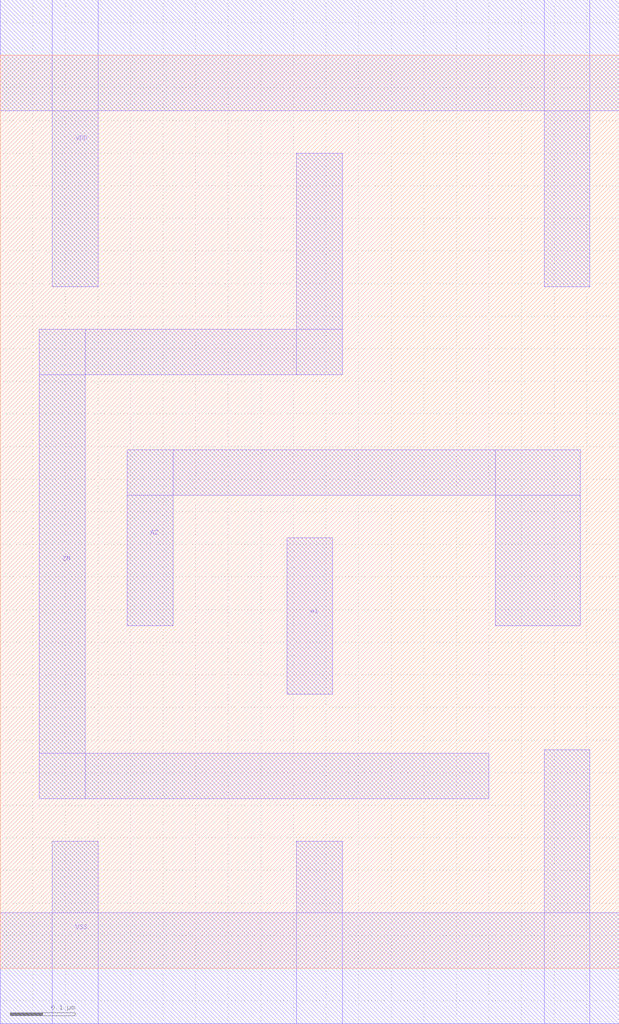
<source format=lef>
# Nangate45_tech.lef + Nangate45_stdcell.lef
# 05/24/2020 cherry fix FILLCELL_X2 size
# 
# ******************************************************************************
# *                                                                            *
# *                   Copyright (C) 2004-2010, Nangate Inc.                    *
# *                           All rights reserved.                             *
# *                                                                            *
# * Nangate and the Nangate logo are trademarks of Nangate Inc.                *
# *                                                                            *
# * All trademarks, logos, software marks, and trade names (collectively the   *
# * "Marks") in this program are proprietary to Nangate or other respective    *
# * owners that have granted Nangate the right and license to use such Marks.  *
# * You are not permitted to use the Marks without the prior written consent   *
# * of Nangate or such third party that may own the Marks.                     *
# *                                                                            *
# * This file has been provided pursuant to a License Agreement containing     *
# * restrictions on its use. This file contains valuable trade secrets and     *
# * proprietary information of Nangate Inc., and is protected by U.S. and      *
# * international laws and/or treaties.                                        *
# *                                                                            *
# * The copyright notice(s) in this file does not indicate actual or intended  *
# * publication of this file.                                                  *
# *                                                                            *
# *     NGLibraryCreator, v2010.08-HR32-SP3-2010-08-05 - build 1009061800      *
# *                                                                            *
# ******************************************************************************
# 
# 
# Running on brazil06.nangate.com.br for user Giancarlo Franciscatto (gfr).
# Local time is now Fri, 3 Dec 2010, 19:32:18.
# Main process id is 27821.

VERSION 5.6 ;
BUSBITCHARS "[]" ;
DIVIDERCHAR "/" ;

UNITS
  DATABASE MICRONS 2000 ;
END UNITS

MANUFACTURINGGRID 0.0050 ;

LAYER poly
  TYPE MASTERSLICE ;
END poly

LAYER active
  TYPE MASTERSLICE ;
END active

LAYER metal1
  TYPE ROUTING ;
  SPACING 0.065 ;
  WIDTH 0.07 ;
  PITCH 0.14 ;
  DIRECTION HORIZONTAL ;
  OFFSET 0.095 0.07 ;
  RESISTANCE RPERSQ 0.38 ;
  THICKNESS 0.13 ;
  HEIGHT 0.37 ;
  CAPACITANCE CPERSQDIST 7.7161e-05 ;
  EDGECAPACITANCE 2.7365e-05 ;
END metal1

LAYER via1
  TYPE CUT ;
  SPACING 0.08 ;
  WIDTH 0.07 ;
  RESISTANCE 5 ;
END via1

LAYER metal2
  TYPE ROUTING ;
  SPACINGTABLE 
    PARALLELRUNLENGTH    0.0000     0.3000     0.9000     1.8000     2.7000     4.0000     
      WIDTH 0.0000       0.0700     0.0700     0.0700     0.0700     0.0700     0.0700     
      WIDTH 0.0900       0.0700     0.0900     0.0900     0.0900     0.0900     0.0900     
      WIDTH 0.2700       0.0700     0.0900     0.2700     0.2700     0.2700     0.2700     
      WIDTH 0.5000       0.0700     0.0900     0.2700     0.5000     0.5000     0.5000     
      WIDTH 0.9000       0.0700     0.0900     0.2700     0.5000     0.9000     0.9000     
      WIDTH 1.5000       0.0700     0.0900     0.2700     0.5000     0.9000     1.5000      ;
  WIDTH 0.07 ;
  PITCH 0.19 ;
  DIRECTION VERTICAL ;
  OFFSET 0.095 0.07 ;
  RESISTANCE RPERSQ 0.25 ;
  THICKNESS 0.14 ;
  HEIGHT 0.62 ;
  CAPACITANCE CPERSQDIST 4.0896e-05 ;
  EDGECAPACITANCE 2.5157e-05 ;
END metal2

LAYER via2
  TYPE CUT ;
  SPACING 0.09 ;
  WIDTH 0.07 ;
  RESISTANCE 5 ;
END via2

LAYER metal3
  TYPE ROUTING ;
  SPACINGTABLE 
    PARALLELRUNLENGTH    0.0000     0.3000     0.9000     1.8000     2.7000     4.0000     
      WIDTH 0.0000       0.0700     0.0700     0.0700     0.0700     0.0700     0.0700     
      WIDTH 0.0900       0.0700     0.0900     0.0900     0.0900     0.0900     0.0900     
      WIDTH 0.2700       0.0700     0.0900     0.2700     0.2700     0.2700     0.2700     
      WIDTH 0.5000       0.0700     0.0900     0.2700     0.5000     0.5000     0.5000     
      WIDTH 0.9000       0.0700     0.0900     0.2700     0.5000     0.9000     0.9000     
      WIDTH 1.5000       0.0700     0.0900     0.2700     0.5000     0.9000     1.5000      ;
  WIDTH 0.07 ;
  PITCH 0.14 ;
  DIRECTION HORIZONTAL ;
  OFFSET 0.095 0.07 ;
  RESISTANCE RPERSQ 0.25 ;
  THICKNESS 0.14 ;
  HEIGHT 0.88 ;
  CAPACITANCE CPERSQDIST 2.7745e-05 ;
  EDGECAPACITANCE 2.5157e-05 ;
END metal3

LAYER via3
  TYPE CUT ;
  SPACING 0.09 ;
  WIDTH 0.07 ;
  RESISTANCE 5 ;
END via3

LAYER metal4
  TYPE ROUTING ;
  SPACINGTABLE 
    PARALLELRUNLENGTH    0.0000     0.9000     1.8000     2.7000     4.0000     
      WIDTH 0.0000       0.1400     0.1400     0.1400     0.1400     0.1400     
      WIDTH 0.2700       0.1400     0.2700     0.2700     0.2700     0.2700     
      WIDTH 0.5000       0.1400     0.2700     0.5000     0.5000     0.5000     
      WIDTH 0.9000       0.1400     0.2700     0.5000     0.9000     0.9000     
      WIDTH 1.5000       0.1400     0.2700     0.5000     0.9000     1.5000      ;
  WIDTH 0.14 ;
  PITCH 0.28 ;
  DIRECTION VERTICAL ;
  OFFSET 0.095 0.07 ;
  RESISTANCE RPERSQ 0.21 ;
  THICKNESS 0.28 ;
  HEIGHT 1.14 ;
  CAPACITANCE CPERSQDIST 2.0743e-05 ;
  EDGECAPACITANCE 3.0908e-05 ;
END metal4

LAYER via4
  TYPE CUT ;
  SPACING 0.16 ;
  WIDTH 0.14 ;
  RESISTANCE 3 ;
END via4

LAYER metal5
  TYPE ROUTING ;
  SPACINGTABLE 
    PARALLELRUNLENGTH    0.0000     0.9000     1.8000     2.7000     4.0000     
      WIDTH 0.0000       0.1400     0.1400     0.1400     0.1400     0.1400     
      WIDTH 0.2700       0.1400     0.2700     0.2700     0.2700     0.2700     
      WIDTH 0.5000       0.1400     0.2700     0.5000     0.5000     0.5000     
      WIDTH 0.9000       0.1400     0.2700     0.5000     0.9000     0.9000     
      WIDTH 1.5000       0.1400     0.2700     0.5000     0.9000     1.5000      ;
  WIDTH 0.14 ;
  PITCH 0.28 ;
  DIRECTION HORIZONTAL ;
  OFFSET 0.095 0.07 ;
  RESISTANCE RPERSQ 0.21 ;
  THICKNESS 0.28 ;
  HEIGHT 1.71 ;
  CAPACITANCE CPERSQDIST 1.3527e-05 ;
  EDGECAPACITANCE 2.3863e-06 ;
END metal5

LAYER via5
  TYPE CUT ;
  SPACING 0.16 ;
  WIDTH 0.14 ;
  RESISTANCE 3 ;
END via5

LAYER metal6
  TYPE ROUTING ;
  SPACINGTABLE 
    PARALLELRUNLENGTH    0.0000     0.9000     1.8000     2.7000     4.0000     
      WIDTH 0.0000       0.1400     0.1400     0.1400     0.1400     0.1400     
      WIDTH 0.2700       0.1400     0.2700     0.2700     0.2700     0.2700     
      WIDTH 0.5000       0.1400     0.2700     0.5000     0.5000     0.5000     
      WIDTH 0.9000       0.1400     0.2700     0.5000     0.9000     0.9000     
      WIDTH 1.5000       0.1400     0.2700     0.5000     0.9000     1.5000      ;
  WIDTH 0.14 ;
  PITCH 0.28 ;
  DIRECTION VERTICAL ;
  OFFSET 0.095 0.07 ;
  RESISTANCE RPERSQ 0.21 ;
  THICKNESS 0.28 ;
  HEIGHT 2.28 ;
  CAPACITANCE CPERSQDIST 1.0036e-05 ;
  EDGECAPACITANCE 2.3863e-05 ;
END metal6

LAYER via6
  TYPE CUT ;
  SPACING 0.16 ;
  WIDTH 0.14 ;
  RESISTANCE 3 ;
END via6

LAYER metal7
  TYPE ROUTING ;
  SPACINGTABLE 
    PARALLELRUNLENGTH    0.0000     1.8000     2.7000     4.0000     
      WIDTH 0.0000       0.4000     0.4000     0.4000     0.4000     
      WIDTH 0.5000       0.4000     0.5000     0.5000     0.5000     
      WIDTH 0.9000       0.4000     0.5000     0.9000     0.9000     
      WIDTH 1.5000       0.4000     0.5000     0.9000     1.5000      ;
  WIDTH 0.4 ;
  PITCH 0.8 ;
  DIRECTION HORIZONTAL ;
  OFFSET 0.095 0.07 ;
  RESISTANCE RPERSQ 0.075 ;
  THICKNESS 0.8 ;
  HEIGHT 2.85 ;
  CAPACITANCE CPERSQDIST 7.9771e-06 ;
  EDGECAPACITANCE 3.2577e-05 ;
END metal7

LAYER via7
  TYPE CUT ;
  SPACING 0.44 ;
  WIDTH 0.4 ;
  RESISTANCE 1 ;
END via7

LAYER metal8
  TYPE ROUTING ;
  SPACINGTABLE 
    PARALLELRUNLENGTH    0.0000     1.8000     2.7000     4.0000     
      WIDTH 0.0000       0.4000     0.4000     0.4000     0.4000     
      WIDTH 0.5000       0.4000     0.5000     0.5000     0.5000     
      WIDTH 0.9000       0.4000     0.5000     0.9000     0.9000     
      WIDTH 1.5000       0.4000     0.5000     0.9000     1.5000      ;
  WIDTH 0.4 ;
  PITCH 0.8 ;
  DIRECTION VERTICAL ;
  OFFSET 0.095 0.07 ;
  RESISTANCE RPERSQ 0.075 ;
  THICKNESS 0.8 ;
  HEIGHT 4.47 ;
  CAPACITANCE CPERSQDIST 5.0391e-06 ;
  EDGECAPACITANCE 2.3932e-05 ;
END metal8

LAYER via8
  TYPE CUT ;
  SPACING 0.44 ;
  WIDTH 0.4 ;
  RESISTANCE 1 ;
END via8

LAYER metal9
  TYPE ROUTING ;
  SPACINGTABLE 
    PARALLELRUNLENGTH    0.0000     2.7000     4.0000     
      WIDTH 0.0000       0.8000     0.8000     0.8000     
      WIDTH 0.9000       0.8000     0.9000     0.9000     
      WIDTH 1.5000       0.8000     0.9000     1.5000      ;
  WIDTH 0.8 ;
  PITCH 1.6 ;
  DIRECTION HORIZONTAL ;
  OFFSET 0.095 0.07 ;
  RESISTANCE RPERSQ 0.03 ;
  THICKNESS 2 ;
  HEIGHT 6.09 ;
  CAPACITANCE CPERSQDIST 3.6827e-06 ;
  EDGECAPACITANCE 3.0803e-05 ;
END metal9

LAYER via9
  TYPE CUT ;
  SPACING 0.88 ;
  WIDTH 0.8 ;
  RESISTANCE 0.5 ;
END via9

LAYER metal10
  TYPE ROUTING ;
  SPACINGTABLE 
    PARALLELRUNLENGTH    0.0000     2.7000     4.0000     
      WIDTH 0.0000       0.8000     0.8000     0.8000     
      WIDTH 0.9000       0.8000     0.9000     0.9000     
      WIDTH 1.5000       0.8000     0.9000     1.5000      ;
  WIDTH 0.8 ;
  PITCH 1.6 ;
  DIRECTION VERTICAL ;
  OFFSET 0.095 0.07 ;
  RESISTANCE RPERSQ 0.03 ;
  THICKNESS 2 ;
  HEIGHT 10.09 ;
  CAPACITANCE CPERSQDIST 2.2124e-06 ;
  EDGECAPACITANCE 2.3667e-05 ;
END metal10

LAYER OVERLAP
  TYPE OVERLAP ;
END OVERLAP

VIA via1_4 DEFAULT
  LAYER via1 ;
    RECT -0.035 -0.035 0.035 0.035 ;
  LAYER metal1 ;
    RECT -0.035 -0.07 0.035 0.07 ;
  LAYER metal2 ;
    RECT -0.035 -0.07 0.035 0.07 ;
END via1_4

VIA via1_0 DEFAULT
  LAYER via1 ;
    RECT -0.035 -0.035 0.035 0.035 ;
  LAYER metal1 ;
    RECT -0.07 -0.07 0.07 0.07 ;
  LAYER metal2 ;
    RECT -0.07 -0.07 0.07 0.07 ;
END via1_0

VIA via1_1 DEFAULT
  LAYER via1 ;
    RECT -0.035 -0.035 0.035 0.035 ;
  LAYER metal1 ;
    RECT -0.07 -0.07 0.07 0.07 ;
  LAYER metal2 ;
    RECT -0.035 -0.07 0.035 0.07 ;
END via1_1

VIA via1_2 DEFAULT
  LAYER via1 ;
    RECT -0.035 -0.035 0.035 0.035 ;
  LAYER metal1 ;
    RECT -0.07 -0.07 0.07 0.07 ;
  LAYER metal2 ;
    RECT -0.07 -0.035 0.07 0.035 ;
END via1_2

VIA via1_3 DEFAULT
  LAYER via1 ;
    RECT -0.035 -0.035 0.035 0.035 ;
  LAYER metal1 ;
    RECT -0.035 -0.07 0.035 0.07 ;
  LAYER metal2 ;
    RECT -0.07 -0.07 0.07 0.07 ;
END via1_3

VIA via1_5 DEFAULT
  LAYER via1 ;
    RECT -0.035 -0.035 0.035 0.035 ;
  LAYER metal1 ;
    RECT -0.035 -0.07 0.035 0.07 ;
  LAYER metal2 ;
    RECT -0.07 -0.035 0.07 0.035 ;
END via1_5

VIA via1_6 DEFAULT
  LAYER via1 ;
    RECT -0.035 -0.035 0.035 0.035 ;
  LAYER metal1 ;
    RECT -0.07 -0.035 0.07 0.035 ;
  LAYER metal2 ;
    RECT -0.07 -0.07 0.07 0.07 ;
END via1_6

VIA via1_7 DEFAULT
  LAYER via1 ;
    RECT -0.035 -0.035 0.035 0.035 ;
  LAYER metal1 ;
    RECT -0.07 -0.035 0.07 0.035 ;
  LAYER metal2 ;
    RECT -0.035 -0.07 0.035 0.07 ;
END via1_7

VIA via1_8 DEFAULT
  LAYER via1 ;
    RECT -0.035 -0.035 0.035 0.035 ;
  LAYER metal1 ;
    RECT -0.07 -0.035 0.07 0.035 ;
  LAYER metal2 ;
    RECT -0.07 -0.035 0.07 0.035 ;
END via1_8

VIA via2_8 DEFAULT
  LAYER via2 ;
    RECT -0.035 -0.035 0.035 0.035 ;
  LAYER metal2 ;
    RECT -0.07 -0.035 0.07 0.035 ;
  LAYER metal3 ;
    RECT -0.07 -0.035 0.07 0.035 ;
END via2_8

VIA via2_4 DEFAULT
  LAYER via2 ;
    RECT -0.035 -0.035 0.035 0.035 ;
  LAYER metal2 ;
    RECT -0.035 -0.07 0.035 0.07 ;
  LAYER metal3 ;
    RECT -0.035 -0.07 0.035 0.07 ;
END via2_4

VIA via2_5 DEFAULT
  LAYER via2 ;
    RECT -0.035 -0.035 0.035 0.035 ;
  LAYER metal2 ;
    RECT -0.035 -0.07 0.035 0.07 ;
  LAYER metal3 ;
    RECT -0.07 -0.035 0.07 0.035 ;
END via2_5

VIA via2_7 DEFAULT
  LAYER via2 ;
    RECT -0.035 -0.035 0.035 0.035 ;
  LAYER metal2 ;
    RECT -0.07 -0.035 0.07 0.035 ;
  LAYER metal3 ;
    RECT -0.035 -0.07 0.035 0.07 ;
END via2_7

VIA via2_6 DEFAULT
  LAYER via2 ;
    RECT -0.035 -0.035 0.035 0.035 ;
  LAYER metal2 ;
    RECT -0.07 -0.035 0.07 0.035 ;
  LAYER metal3 ;
    RECT -0.07 -0.07 0.07 0.07 ;
END via2_6

VIA via2_0 DEFAULT
  LAYER via2 ;
    RECT -0.035 -0.035 0.035 0.035 ;
  LAYER metal2 ;
    RECT -0.07 -0.07 0.07 0.07 ;
  LAYER metal3 ;
    RECT -0.07 -0.07 0.07 0.07 ;
END via2_0

VIA via2_1 DEFAULT
  LAYER via2 ;
    RECT -0.035 -0.035 0.035 0.035 ;
  LAYER metal2 ;
    RECT -0.07 -0.07 0.07 0.07 ;
  LAYER metal3 ;
    RECT -0.035 -0.07 0.035 0.07 ;
END via2_1

VIA via2_2 DEFAULT
  LAYER via2 ;
    RECT -0.035 -0.035 0.035 0.035 ;
  LAYER metal2 ;
    RECT -0.07 -0.07 0.07 0.07 ;
  LAYER metal3 ;
    RECT -0.07 -0.035 0.07 0.035 ;
END via2_2

VIA via2_3 DEFAULT
  LAYER via2 ;
    RECT -0.035 -0.035 0.035 0.035 ;
  LAYER metal2 ;
    RECT -0.035 -0.07 0.035 0.07 ;
  LAYER metal3 ;
    RECT -0.07 -0.07 0.07 0.07 ;
END via2_3

VIA via3_2 DEFAULT
  LAYER via3 ;
    RECT -0.035 -0.035 0.035 0.035 ;
  LAYER metal3 ;
    RECT -0.07 -0.035 0.07 0.035 ;
  LAYER metal4 ;
    RECT -0.07 -0.07 0.07 0.07 ;
END via3_2

VIA via3_0 DEFAULT
  LAYER via3 ;
    RECT -0.035 -0.035 0.035 0.035 ;
  LAYER metal3 ;
    RECT -0.07 -0.07 0.07 0.07 ;
  LAYER metal4 ;
    RECT -0.07 -0.07 0.07 0.07 ;
END via3_0

VIA via3_1 DEFAULT
  LAYER via3 ;
    RECT -0.035 -0.035 0.035 0.035 ;
  LAYER metal3 ;
    RECT -0.035 -0.07 0.035 0.07 ;
  LAYER metal4 ;
    RECT -0.07 -0.07 0.07 0.07 ;
END via3_1

VIA via4_0 DEFAULT
  LAYER via4 ;
    RECT -0.07 -0.07 0.07 0.07 ;
  LAYER metal4 ;
    RECT -0.07 -0.07 0.07 0.07 ;
  LAYER metal5 ;
    RECT -0.07 -0.07 0.07 0.07 ;
END via4_0

VIA via5_0 DEFAULT
  LAYER via5 ;
    RECT -0.07 -0.07 0.07 0.07 ;
  LAYER metal5 ;
    RECT -0.07 -0.07 0.07 0.07 ;
  LAYER metal6 ;
    RECT -0.07 -0.07 0.07 0.07 ;
END via5_0

VIA via6_0 DEFAULT
  LAYER via6 ;
    RECT -0.07 -0.07 0.07 0.07 ;
  LAYER metal6 ;
    RECT -0.07 -0.07 0.07 0.07 ;
  LAYER metal7 ;
    RECT -0.2 -0.2 0.2 0.2 ;
END via6_0

VIA via7_0 DEFAULT
  LAYER via7 ;
    RECT -0.2 -0.2 0.2 0.2 ;
  LAYER metal7 ;
    RECT -0.2 -0.2 0.2 0.2 ;
  LAYER metal8 ;
    RECT -0.2 -0.2 0.2 0.2 ;
END via7_0

VIA via8_0 DEFAULT
  LAYER via8 ;
    RECT -0.2 -0.2 0.2 0.2 ;
  LAYER metal8 ;
    RECT -0.2 -0.2 0.2 0.2 ;
  LAYER metal9 ;
    RECT -0.4 -0.4 0.4 0.4 ;
END via8_0

VIA via9_0 DEFAULT
  LAYER via9 ;
    RECT -0.4 -0.4 0.4 0.4 ;
  LAYER metal9 ;
    RECT -0.4 -0.4 0.4 0.4 ;
  LAYER metal10 ;
    RECT -0.4 -0.4 0.4 0.4 ;
END via9_0

VIARULE Via1Array-0 GENERATE
  LAYER metal1 ;
    ENCLOSURE 0.035 0.035 ;
  LAYER metal2 ;
    ENCLOSURE 0.035 0.035 ;
  LAYER via1 ;
    RECT -0.035 -0.035 0.035 0.035 ;
    SPACING 0.15 BY 0.15 ;
END Via1Array-0

VIARULE Via1Array-1 GENERATE
  LAYER metal1 ;
    ENCLOSURE 0 0.035 ;
  LAYER metal2 ;
    ENCLOSURE 0 0.035 ;
  LAYER via1 ;
    RECT -0.035 -0.035 0.035 0.035 ;
    SPACING 0.15 BY 0.15 ;
END Via1Array-1

VIARULE Via1Array-2 GENERATE
  LAYER metal1 ;
    ENCLOSURE 0.035 0 ;
  LAYER metal2 ;
    ENCLOSURE 0.035 0 ;
  LAYER via1 ;
    RECT -0.035 -0.035 0.035 0.035 ;
    SPACING 0.15 BY 0.15 ;
END Via1Array-2

VIARULE Via1Array-3 GENERATE
  LAYER metal1 ;
    ENCLOSURE 0 0.035 ;
  LAYER metal2 ;
    ENCLOSURE 0.035 0 ;
  LAYER via1 ;
    RECT -0.035 -0.035 0.035 0.035 ;
    SPACING 0.15 BY 0.15 ;
END Via1Array-3

VIARULE Via1Array-4 GENERATE
  LAYER metal1 ;
    ENCLOSURE 0.035 0 ;
  LAYER metal2 ;
    ENCLOSURE 0 0.035 ;
  LAYER via1 ;
    RECT -0.035 -0.035 0.035 0.035 ;
    SPACING 0.15 BY 0.15 ;
END Via1Array-4

VIARULE Via2Array-0 GENERATE
  LAYER metal2 ;
    ENCLOSURE 0.035 0.035 ;
  LAYER metal3 ;
    ENCLOSURE 0.035 0.035 ;
  LAYER via2 ;
    RECT -0.035 -0.035 0.035 0.035 ;
    SPACING 0.16 BY 0.16 ;
END Via2Array-0

VIARULE Via2Array-1 GENERATE
  LAYER metal2 ;
    ENCLOSURE 0 0.035 ;
  LAYER metal3 ;
    ENCLOSURE 0 0.035 ;
  LAYER via2 ;
    RECT -0.035 -0.035 0.035 0.035 ;
    SPACING 0.16 BY 0.16 ;
END Via2Array-1

VIARULE Via2Array-2 GENERATE
  LAYER metal2 ;
    ENCLOSURE 0.035 0 ;
  LAYER metal3 ;
    ENCLOSURE 0.035 0 ;
  LAYER via2 ;
    RECT -0.035 -0.035 0.035 0.035 ;
    SPACING 0.16 BY 0.16 ;
END Via2Array-2

VIARULE Via2Array-3 GENERATE
  LAYER metal2 ;
    ENCLOSURE 0 0.035 ;
  LAYER metal3 ;
    ENCLOSURE 0.035 0 ;
  LAYER via2 ;
    RECT -0.035 -0.035 0.035 0.035 ;
    SPACING 0.16 BY 0.16 ;
END Via2Array-3

VIARULE Via2Array-4 GENERATE
  LAYER metal2 ;
    ENCLOSURE 0.035 0 ;
  LAYER metal3 ;
    ENCLOSURE 0 0.035 ;
  LAYER via2 ;
    RECT -0.035 -0.035 0.035 0.035 ;
    SPACING 0.16 BY 0.16 ;
END Via2Array-4

VIARULE Via3Array-0 GENERATE
  LAYER metal3 ;
    ENCLOSURE 0.035 0.035 ;
  LAYER metal4 ;
    ENCLOSURE 0.035 0.035 ;
  LAYER via3 ;
    RECT -0.035 -0.035 0.035 0.035 ;
    SPACING 0.16 BY 0.16 ;
END Via3Array-0

VIARULE Via3Array-1 GENERATE
  LAYER metal3 ;
    ENCLOSURE 0 0.035 ;
  LAYER metal4 ;
    ENCLOSURE 0.035 0.035 ;
  LAYER via3 ;
    RECT -0.035 -0.035 0.035 0.035 ;
    SPACING 0.16 BY 0.16 ;
END Via3Array-1

VIARULE Via3Array-2 GENERATE
  LAYER metal3 ;
    ENCLOSURE 0.035 0 ;
  LAYER metal4 ;
    ENCLOSURE 0.035 0.035 ;
  LAYER via3 ;
    RECT -0.035 -0.035 0.035 0.035 ;
    SPACING 0.16 BY 0.16 ;
END Via3Array-2

VIARULE Via4Array-0 GENERATE
  LAYER metal4 ;
    ENCLOSURE 0 0 ;
  LAYER metal5 ;
    ENCLOSURE 0 0 ;
  LAYER via4 ;
    RECT -0.07 -0.07 0.07 0.07 ;
    SPACING 0.3 BY 0.3 ;
END Via4Array-0

VIARULE Via5Array-0 GENERATE
  LAYER metal5 ;
    ENCLOSURE 0 0 ;
  LAYER metal6 ;
    ENCLOSURE 0 0 ;
  LAYER via5 ;
    RECT -0.07 -0.07 0.07 0.07 ;
    SPACING 0.3 BY 0.3 ;
END Via5Array-0

VIARULE Via6Array-0 GENERATE
  LAYER metal6 ;
    ENCLOSURE 0 0 ;
  LAYER metal7 ;
    ENCLOSURE 0.13 0.13 ;
  LAYER via6 ;
    RECT -0.07 -0.07 0.07 0.07 ;
    SPACING 0.3 BY 0.3 ;
END Via6Array-0

VIARULE Via7Array-0 GENERATE
  LAYER metal7 ;
    ENCLOSURE 0 0 ;
  LAYER metal8 ;
    ENCLOSURE 0 0 ;
  LAYER via7 ;
    RECT -0.2 -0.2 0.2 0.2 ;
    SPACING 0.84 BY 0.84 ;
END Via7Array-0

VIARULE Via8Array-0 GENERATE
  LAYER metal8 ;
    ENCLOSURE 0 0 ;
  LAYER metal9 ;
    ENCLOSURE 0.2 0.2 ;
  LAYER via8 ;
    RECT -0.2 -0.2 0.2 0.2 ;
    SPACING 0.84 BY 0.84 ;
END Via8Array-0

VIARULE Via9Array-0 GENERATE
  LAYER metal10 ;
    ENCLOSURE 0 0 ;
  LAYER metal9 ;
    ENCLOSURE 0 0 ;
  LAYER via9 ;
    RECT -0.4 -0.4 0.4 0.4 ;
    SPACING 1.68 BY 1.68 ;
END Via9Array-0

SPACING
  SAMENET metal1 metal1 0.065 ;
  SAMENET metal2 metal2 0.07 ;
  SAMENET metal3 metal3 0.07 ;
  SAMENET metal4 metal4 0.14 ;
  SAMENET metal5 metal5 0.14 ;
  SAMENET metal6 metal6 0.14 ;
  SAMENET metal7 metal7 0.4 ;
  SAMENET metal8 metal8 0.4 ;
  SAMENET metal9 metal9 0.8 ;
  SAMENET metal10 metal10 0.8 ;
  SAMENET via1 via1 0.08 ;
  SAMENET via2 via2 0.09 ;
  SAMENET via3 via3 0.09 ;
  SAMENET via4 via4 0.16 ;
  SAMENET via5 via5 0.16 ;
  SAMENET via6 via6 0.16 ;
  SAMENET via7 via7 0.44 ;
  SAMENET via8 via8 0.44 ;
  SAMENET via9 via9 0.88 ;
  SAMENET via1 via2 0.0 STACK ;
  SAMENET via2 via3 0.0 STACK ;
  SAMENET via3 via4 0.0 STACK ;
  SAMENET via4 via5 0.0 STACK ;
  SAMENET via5 via6 0.0 STACK ;
  SAMENET via6 via7 0.0 STACK ;
  SAMENET via7 via8 0.0 STACK ;
  SAMENET via8 via9 0.0 STACK ;
END SPACING

SITE FreePDK45_38x28_10R_NP_162NW_34O
  SYMMETRY y ;
  CLASS core ;
  SIZE 0.19 BY 1.4 ;
END FreePDK45_38x28_10R_NP_162NW_34O

MACRO INV_X2
  CLASS CORE ;
  ORIGIN 0 0 ;
  FOREIGN INV_X2 0 0 ;
  SIZE 0.57 BY 1.4 ;
  SYMMETRY X Y ;
  SITE FreePDK45_38x28_10R_NP_162NW_34O ;
  PIN A
    DIRECTION INPUT ;
    USE SIGNAL ;
    PORT
      LAYER metal1 ;
        RECT 0.06 0.525 0.185 0.7 ;
    END
  END A
  PIN ZN
    DIRECTION OUTPUT ;
    USE SIGNAL ;
    PORT
      LAYER metal1 ;
        RECT 0.25 0.15 0.32 1.25 ;
    END
  END ZN
  PIN VDD
    DIRECTION INOUT ;
    USE POWER ;
    SHAPE ABUTMENT ;
    PORT
      LAYER metal1 ;
        RECT 0 1.315 0.57 1.485 ;
        RECT 0.43 0.975 0.5 1.485 ;
        RECT 0.055 0.975 0.125 1.485 ;
    END
  END VDD
  PIN VSS
    DIRECTION INOUT ;
    USE GROUND ;
    SHAPE ABUTMENT ;
    PORT
      LAYER metal1 ;
        RECT 0 -0.085 0.57 0.085 ;
        RECT 0.43 -0.085 0.5 0.425 ;
        RECT 0.055 -0.085 0.125 0.425 ;
    END
  END VSS
END INV_X2

MACRO NOR2_X2
  CLASS CORE ;
  ORIGIN 0 0 ;
  FOREIGN NOR2_X2 0 0 ;
  SIZE 0.95 BY 1.4 ;
  SYMMETRY X Y ;
  SITE FreePDK45_38x28_10R_NP_162NW_34O ;
  PIN A1
    DIRECTION INPUT ;
    USE SIGNAL ;
    PORT
      LAYER metal1 ;
        RECT 0.44 0.42 0.51 0.66 ;
    END
  END A1
  PIN A2
    DIRECTION INPUT ;
    USE SIGNAL ;
    PORT
      LAYER metal1 ;
        RECT 0.195 0.725 0.89 0.795 ;
        RECT 0.76 0.525 0.89 0.795 ;
        RECT 0.195 0.525 0.265 0.795 ;
    END
  END A2
  PIN ZN
    DIRECTION OUTPUT ;
    USE SIGNAL ;
    PORT
      LAYER metal1 ;
        RECT 0.06 0.26 0.75 0.33 ;
        RECT 0.455 0.91 0.525 1.25 ;
        RECT 0.06 0.91 0.525 0.98 ;
        RECT 0.06 0.26 0.13 0.98 ;
    END
  END ZN
  PIN VDD
    DIRECTION INOUT ;
    USE POWER ;
    SHAPE ABUTMENT ;
    PORT
      LAYER metal1 ;
        RECT 0 1.315 0.95 1.485 ;
        RECT 0.835 1.045 0.905 1.485 ;
        RECT 0.08 1.045 0.15 1.485 ;
    END
  END VDD
  PIN VSS
    DIRECTION INOUT ;
    USE GROUND ;
    SHAPE ABUTMENT ;
    PORT
      LAYER metal1 ;
        RECT 0 -0.085 0.95 0.085 ;
        RECT 0.835 -0.085 0.905 0.335 ;
        RECT 0.455 -0.085 0.525 0.195 ;
        RECT 0.08 -0.085 0.15 0.195 ;
    END
  END VSS
END NOR2_X2

END LIBRARY
#
# End of file
#

</source>
